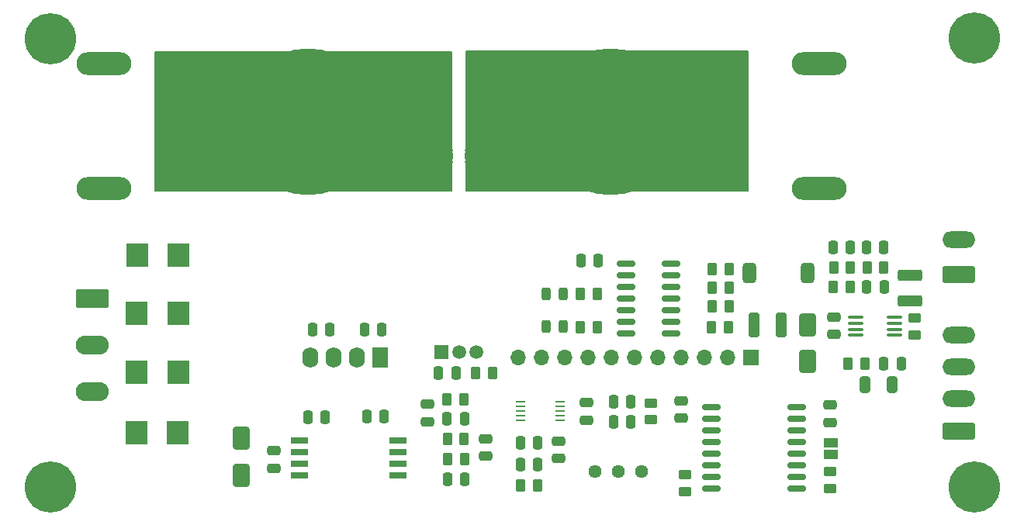
<source format=gbr>
%TF.GenerationSoftware,KiCad,Pcbnew,8.0.3*%
%TF.CreationDate,2024-10-20T11:10:21+02:00*%
%TF.ProjectId,diyBMS_CurrentVoltage_ADS1115,64697942-4d53-45f4-9375-7272656e7456,rev?*%
%TF.SameCoordinates,Original*%
%TF.FileFunction,Soldermask,Top*%
%TF.FilePolarity,Negative*%
%FSLAX46Y46*%
G04 Gerber Fmt 4.6, Leading zero omitted, Abs format (unit mm)*
G04 Created by KiCad (PCBNEW 8.0.3) date 2024-10-20 11:10:21*
%MOMM*%
%LPD*%
G01*
G04 APERTURE LIST*
G04 Aperture macros list*
%AMRoundRect*
0 Rectangle with rounded corners*
0 $1 Rounding radius*
0 $2 $3 $4 $5 $6 $7 $8 $9 X,Y pos of 4 corners*
0 Add a 4 corners polygon primitive as box body*
4,1,4,$2,$3,$4,$5,$6,$7,$8,$9,$2,$3,0*
0 Add four circle primitives for the rounded corners*
1,1,$1+$1,$2,$3*
1,1,$1+$1,$4,$5*
1,1,$1+$1,$6,$7*
1,1,$1+$1,$8,$9*
0 Add four rect primitives between the rounded corners*
20,1,$1+$1,$2,$3,$4,$5,0*
20,1,$1+$1,$4,$5,$6,$7,0*
20,1,$1+$1,$6,$7,$8,$9,0*
20,1,$1+$1,$8,$9,$2,$3,0*%
%AMHorizOval*
0 Thick line with rounded ends*
0 $1 width*
0 $2 $3 position (X,Y) of the first rounded end (center of the circle)*
0 $4 $5 position (X,Y) of the second rounded end (center of the circle)*
0 Add line between two ends*
20,1,$1,$2,$3,$4,$5,0*
0 Add two circle primitives to create the rounded ends*
1,1,$1,$2,$3*
1,1,$1,$4,$5*%
G04 Aperture macros list end*
%ADD10C,0.150000*%
%ADD11C,1.440000*%
%ADD12C,0.800000*%
%ADD13R,2.484000X2.600000*%
%ADD14RoundRect,0.150000X-0.875000X-0.150000X0.875000X-0.150000X0.875000X0.150000X-0.875000X0.150000X0*%
%ADD15RoundRect,0.250000X-0.262500X-0.450000X0.262500X-0.450000X0.262500X0.450000X-0.262500X0.450000X0*%
%ADD16RoundRect,0.375000X0.375000X0.725000X-0.375000X0.725000X-0.375000X-0.725000X0.375000X-0.725000X0*%
%ADD17RoundRect,0.250000X-0.650000X1.000000X-0.650000X-1.000000X0.650000X-1.000000X0.650000X1.000000X0*%
%ADD18RoundRect,0.250000X0.250000X0.475000X-0.250000X0.475000X-0.250000X-0.475000X0.250000X-0.475000X0*%
%ADD19O,6.000000X2.500000*%
%ADD20RoundRect,0.250000X0.475000X-0.250000X0.475000X0.250000X-0.475000X0.250000X-0.475000X-0.250000X0*%
%ADD21C,3.200000*%
%ADD22C,16.000000*%
%ADD23RoundRect,0.250000X-0.250000X-0.475000X0.250000X-0.475000X0.250000X0.475000X-0.250000X0.475000X0*%
%ADD24RoundRect,0.250000X-0.475000X0.250000X-0.475000X-0.250000X0.475000X-0.250000X0.475000X0.250000X0*%
%ADD25C,5.600000*%
%ADD26RoundRect,0.250000X0.325000X1.100000X-0.325000X1.100000X-0.325000X-1.100000X0.325000X-1.100000X0*%
%ADD27RoundRect,0.250000X1.550000X-0.650000X1.550000X0.650000X-1.550000X0.650000X-1.550000X-0.650000X0*%
%ADD28O,3.600000X1.800000*%
%ADD29RoundRect,0.250000X0.262500X0.450000X-0.262500X0.450000X-0.262500X-0.450000X0.262500X-0.450000X0*%
%ADD30R,1.700000X1.700000*%
%ADD31O,1.700000X1.700000*%
%ADD32RoundRect,0.250000X0.325000X0.650000X-0.325000X0.650000X-0.325000X-0.650000X0.325000X-0.650000X0*%
%ADD33R,1.905000X0.640000*%
%ADD34R,1.100000X0.250000*%
%ADD35R,1.500000X1.500000*%
%ADD36C,1.500000*%
%ADD37HorizOval,0.800000X0.000000X0.000000X0.000000X0.000000X0*%
%ADD38HorizOval,0.800000X0.000000X0.000000X0.000000X0.000000X0*%
%ADD39O,9.000000X6.000000*%
%ADD40RoundRect,0.243750X-0.243750X-0.456250X0.243750X-0.456250X0.243750X0.456250X-0.243750X0.456250X0*%
%ADD41R,1.500000X1.000000*%
%ADD42RoundRect,0.249999X-1.550001X0.790001X-1.550001X-0.790001X1.550001X-0.790001X1.550001X0.790001X0*%
%ADD43O,3.600000X2.080000*%
%ADD44RoundRect,0.250000X0.450000X-0.262500X0.450000X0.262500X-0.450000X0.262500X-0.450000X-0.262500X0*%
%ADD45RoundRect,0.150000X-0.825000X-0.150000X0.825000X-0.150000X0.825000X0.150000X-0.825000X0.150000X0*%
%ADD46RoundRect,0.250000X-0.450000X0.262500X-0.450000X-0.262500X0.450000X-0.262500X0.450000X0.262500X0*%
%ADD47RoundRect,0.250000X1.075000X-0.375000X1.075000X0.375000X-1.075000X0.375000X-1.075000X-0.375000X0*%
%ADD48RoundRect,0.100000X-0.712500X-0.100000X0.712500X-0.100000X0.712500X0.100000X-0.712500X0.100000X0*%
%ADD49R,1.750000X2.250000*%
%ADD50O,1.750000X2.250000*%
G04 APERTURE END LIST*
D10*
X95300800Y-60985400D02*
X127635000Y-60985400D01*
X127635000Y-76174600D01*
X95300800Y-76174600D01*
X95300800Y-60985400D01*
G36*
X95300800Y-60985400D02*
G01*
X127635000Y-60985400D01*
X127635000Y-76174600D01*
X95300800Y-76174600D01*
X95300800Y-60985400D01*
G37*
X129209800Y-60883800D02*
X159969200Y-60883800D01*
X159969200Y-76174600D01*
X129209800Y-76174600D01*
X129209800Y-60883800D01*
G36*
X129209800Y-60883800D02*
G01*
X159969200Y-60883800D01*
X159969200Y-76174600D01*
X129209800Y-76174600D01*
X129209800Y-60883800D01*
G37*
D11*
%TO.C,RV1*%
X148336000Y-106807000D03*
X145796000Y-106807000D03*
X143256000Y-106807000D03*
%TD*%
D12*
%TO.C,*%
X144983200Y-61899800D03*
%TD*%
%TO.C,*%
X98679000Y-71879000D03*
%TD*%
%TO.C,*%
X151003000Y-66344800D03*
%TD*%
D13*
%TO.C,R5*%
X93296800Y-95986600D03*
X97812800Y-95986600D03*
%TD*%
D14*
%TO.C,U5*%
X156005000Y-99745800D03*
X156005000Y-101015800D03*
X156005000Y-102285800D03*
X156005000Y-103555800D03*
X156005000Y-104825800D03*
X156005000Y-106095800D03*
X156005000Y-107365800D03*
X156005000Y-108635800D03*
X165305000Y-108635800D03*
X165305000Y-107365800D03*
X165305000Y-106095800D03*
X165305000Y-104825800D03*
X165305000Y-103555800D03*
X165305000Y-102285800D03*
X165305000Y-101015800D03*
X165305000Y-99745800D03*
%TD*%
D12*
%TO.C,*%
X155448000Y-74713600D03*
%TD*%
D15*
%TO.C,R24*%
X172991100Y-84505800D03*
X174816100Y-84505800D03*
%TD*%
D12*
%TO.C,*%
X153924000Y-63144400D03*
%TD*%
%TO.C,*%
X101727000Y-71879000D03*
%TD*%
%TO.C,*%
X130505200Y-64516333D03*
%TD*%
D16*
%TO.C,L1*%
X166472000Y-85127500D03*
X160172000Y-85127500D03*
%TD*%
D12*
%TO.C,*%
X105740200Y-66344800D03*
%TD*%
%TO.C,*%
X157022800Y-72046933D03*
%TD*%
D17*
%TO.C,D4*%
X166475500Y-90771000D03*
X166475500Y-94771000D03*
%TD*%
D12*
%TO.C,*%
X132029200Y-67183000D03*
%TD*%
%TO.C,*%
X97155000Y-63500000D03*
%TD*%
D18*
%TO.C,C21*%
X174853600Y-86664800D03*
X172953600Y-86664800D03*
%TD*%
D12*
%TO.C,*%
X124841000Y-67183000D03*
%TD*%
%TO.C,*%
X121793000Y-64513000D03*
%TD*%
%TO.C,*%
X147116800Y-73050400D03*
%TD*%
D19*
%TO.C,*%
X167792400Y-62280800D03*
%TD*%
D12*
%TO.C,*%
X118237000Y-66370200D03*
%TD*%
%TO.C,*%
X147116800Y-74599800D03*
%TD*%
%TO.C,*%
X126365000Y-64513000D03*
%TD*%
D18*
%TO.C,C16*%
X147197000Y-101346000D03*
X145297000Y-101346000D03*
%TD*%
D12*
%TO.C,*%
X124841000Y-63183000D03*
%TD*%
%TO.C,*%
X121793000Y-65853000D03*
%TD*%
%TO.C,*%
X101727000Y-66167000D03*
%TD*%
%TO.C,*%
X97155000Y-73193600D03*
%TD*%
%TO.C,*%
X158546800Y-64477733D03*
%TD*%
D20*
%TO.C,C3*%
X125018800Y-101346000D03*
X125018800Y-99446000D03*
%TD*%
D12*
%TO.C,*%
X100203000Y-73219000D03*
%TD*%
D18*
%TO.C,C23*%
X174813000Y-82296000D03*
X172913000Y-82296000D03*
%TD*%
D12*
%TO.C,*%
X97155000Y-74523600D03*
%TD*%
%TO.C,*%
X157022800Y-67144400D03*
%TD*%
%TO.C,*%
X138988800Y-70739000D03*
%TD*%
D21*
%TO.C,J5*%
X116372800Y-64164400D03*
X111937800Y-64164400D03*
X107502800Y-64164400D03*
X116372800Y-68599400D03*
D22*
X111937800Y-68599400D03*
D21*
X107502800Y-68599400D03*
X116372800Y-73034400D03*
X111937800Y-73034400D03*
X107502800Y-73034400D03*
%TD*%
D12*
%TO.C,*%
X98679000Y-70549000D03*
%TD*%
%TO.C,*%
X153924000Y-67144400D03*
%TD*%
%TO.C,*%
X109753400Y-64135000D03*
%TD*%
D20*
%TO.C,C10*%
X168910000Y-101407000D03*
X168910000Y-99507000D03*
%TD*%
D12*
%TO.C,*%
X158546800Y-72046933D03*
%TD*%
%TO.C,*%
X153924000Y-65811066D03*
%TD*%
%TO.C,*%
X116357400Y-70866000D03*
%TD*%
%TO.C,*%
X157022800Y-74713600D03*
%TD*%
%TO.C,*%
X109855000Y-73025000D03*
%TD*%
D23*
%TO.C,C8*%
X118409700Y-100766900D03*
X120309700Y-100766900D03*
%TD*%
D24*
%TO.C,C6*%
X108229400Y-104510800D03*
X108229400Y-106410800D03*
%TD*%
D12*
%TO.C,*%
X133604000Y-63183000D03*
%TD*%
D13*
%TO.C,R3*%
X93347600Y-83185000D03*
X97863600Y-83185000D03*
%TD*%
D24*
%TO.C,C9*%
X152654000Y-99075200D03*
X152654000Y-100975200D03*
%TD*%
D23*
%TO.C,C5*%
X145288000Y-99187000D03*
X147188000Y-99187000D03*
%TD*%
D12*
%TO.C,*%
X142824200Y-62611000D03*
%TD*%
%TO.C,*%
X98679000Y-64830000D03*
%TD*%
D19*
%TO.C,*%
X89687400Y-75895200D03*
%TD*%
D23*
%TO.C,C13*%
X127132000Y-101031000D03*
X129032000Y-101031000D03*
%TD*%
D12*
%TO.C,*%
X153924000Y-74713600D03*
%TD*%
D25*
%TO.C,*%
X184658000Y-59436000D03*
%TD*%
D23*
%TO.C,C11*%
X126227800Y-96037400D03*
X128127800Y-96037400D03*
%TD*%
D12*
%TO.C,*%
X157022800Y-65811066D03*
%TD*%
%TO.C,*%
X109753400Y-62306200D03*
%TD*%
D15*
%TO.C,R8*%
X127220300Y-105399800D03*
X129045300Y-105399800D03*
%TD*%
D26*
%TO.C,C25*%
X163632500Y-90739000D03*
X160682500Y-90739000D03*
%TD*%
D18*
%TO.C,C18*%
X137070500Y-106045000D03*
X135170500Y-106045000D03*
%TD*%
D27*
%TO.C,J3*%
X182974000Y-102350000D03*
D28*
X182974000Y-98850000D03*
X182974000Y-95350000D03*
X182974000Y-91850000D03*
%TD*%
D12*
%TO.C,*%
X97155000Y-67500000D03*
%TD*%
D25*
%TO.C,*%
X184658000Y-108458000D03*
%TD*%
D17*
%TO.C,D1*%
X104698800Y-103181400D03*
X104698800Y-107181400D03*
%TD*%
D12*
%TO.C,*%
X107492800Y-66344800D03*
%TD*%
%TO.C,*%
X158546800Y-74713600D03*
%TD*%
D23*
%TO.C,C1*%
X112461000Y-91262200D03*
X114361000Y-91262200D03*
%TD*%
D12*
%TO.C,*%
X100203000Y-70549000D03*
%TD*%
%TO.C,*%
X158546800Y-65811066D03*
%TD*%
%TO.C,*%
X97155000Y-70523600D03*
%TD*%
%TO.C,*%
X107492800Y-70866000D03*
%TD*%
%TO.C,*%
X100203000Y-71879000D03*
%TD*%
%TO.C,*%
X98679000Y-67497000D03*
%TD*%
D19*
%TO.C,*%
X167792400Y-75920600D03*
%TD*%
D12*
%TO.C,*%
X123317000Y-67183000D03*
%TD*%
%TO.C,*%
X97155000Y-66166666D03*
%TD*%
D29*
%TO.C,R17*%
X132103500Y-96012000D03*
X130278500Y-96012000D03*
%TD*%
D12*
%TO.C,*%
X105257600Y-68630800D03*
%TD*%
%TO.C,*%
X114300000Y-73050400D03*
%TD*%
%TO.C,*%
X123317000Y-64513000D03*
%TD*%
D25*
%TO.C,*%
X83820000Y-108458000D03*
%TD*%
D12*
%TO.C,*%
X101727000Y-70549000D03*
%TD*%
%TO.C,*%
X126365000Y-67183000D03*
%TD*%
%TO.C,*%
X100203000Y-63500000D03*
%TD*%
%TO.C,*%
X155448000Y-67144400D03*
%TD*%
%TO.C,*%
X98679000Y-74549000D03*
%TD*%
D18*
%TO.C,C20*%
X176718000Y-94996000D03*
X174818000Y-94996000D03*
%TD*%
D12*
%TO.C,*%
X157022800Y-73380266D03*
%TD*%
D13*
%TO.C,R4*%
X97812800Y-89509600D03*
X93296800Y-89509600D03*
%TD*%
D30*
%TO.C,J2*%
X160274000Y-94361000D03*
D31*
X157734000Y-94361000D03*
X155194000Y-94361000D03*
X152654000Y-94361000D03*
X150114000Y-94361000D03*
X147574000Y-94361000D03*
X145034000Y-94361000D03*
X142494000Y-94361000D03*
X139954000Y-94361000D03*
X137414000Y-94361000D03*
X134874000Y-94361000D03*
%TD*%
D12*
%TO.C,*%
X155448000Y-72046933D03*
%TD*%
D23*
%TO.C,C4*%
X118150600Y-91313000D03*
X120050600Y-91313000D03*
%TD*%
D12*
%TO.C,*%
X105765600Y-70840600D03*
%TD*%
%TO.C,*%
X139065000Y-66421000D03*
%TD*%
D15*
%TO.C,R23*%
X169335600Y-84505800D03*
X171160600Y-84505800D03*
%TD*%
D12*
%TO.C,*%
X126365000Y-65853000D03*
%TD*%
%TO.C,*%
X147142200Y-64185800D03*
%TD*%
%TO.C,*%
X114300000Y-75057000D03*
%TD*%
%TO.C,*%
X140538200Y-70739000D03*
%TD*%
%TO.C,*%
X149453600Y-66344800D03*
%TD*%
%TO.C,*%
X158546800Y-67144400D03*
%TD*%
%TO.C,*%
X147142200Y-62687200D03*
%TD*%
%TO.C,*%
X155448000Y-64477733D03*
%TD*%
D18*
%TO.C,C14*%
X129108200Y-107635000D03*
X127208200Y-107635000D03*
%TD*%
D12*
%TO.C,*%
X101727000Y-63500000D03*
%TD*%
D29*
%TO.C,R14*%
X157833700Y-91031700D03*
X156008700Y-91031700D03*
%TD*%
D12*
%TO.C,*%
X101727000Y-67497000D03*
%TD*%
D15*
%TO.C,R21*%
X170918500Y-94996000D03*
X172743500Y-94996000D03*
%TD*%
D12*
%TO.C,*%
X124841000Y-64513000D03*
%TD*%
D32*
%TO.C,C19*%
X175719000Y-97282000D03*
X172769000Y-97282000D03*
%TD*%
D12*
%TO.C,*%
X98679000Y-66167000D03*
%TD*%
%TO.C,*%
X135128000Y-63183000D03*
%TD*%
%TO.C,*%
X142798800Y-74523600D03*
%TD*%
%TO.C,*%
X124841000Y-65853000D03*
%TD*%
%TO.C,*%
X114249200Y-62407800D03*
%TD*%
%TO.C,*%
X133604000Y-67183000D03*
%TD*%
D15*
%TO.C,R9*%
X156108024Y-88747048D03*
X157933024Y-88747048D03*
%TD*%
%TO.C,R12*%
X141712100Y-91008200D03*
X143537100Y-91008200D03*
%TD*%
D12*
%TO.C,*%
X158546800Y-70713600D03*
%TD*%
%TO.C,*%
X140563600Y-66421000D03*
%TD*%
D15*
%TO.C,R13*%
X141714000Y-87426800D03*
X143539000Y-87426800D03*
%TD*%
D12*
%TO.C,*%
X97155000Y-64833333D03*
%TD*%
%TO.C,*%
X130505200Y-67183000D03*
%TD*%
D19*
%TO.C,*%
X89687400Y-62255400D03*
%TD*%
D12*
%TO.C,*%
X116357400Y-66344800D03*
%TD*%
D29*
%TO.C,R18*%
X128952000Y-98933000D03*
X127127000Y-98933000D03*
%TD*%
D20*
%TO.C,C26*%
X139319000Y-105344000D03*
X139319000Y-103444000D03*
%TD*%
D12*
%TO.C,*%
X123317000Y-65853000D03*
%TD*%
D33*
%TO.C,U1*%
X111077700Y-103433900D03*
X111077700Y-104703900D03*
X111077700Y-105973900D03*
X111077700Y-107243900D03*
X121772700Y-107243900D03*
X121772700Y-105973900D03*
X121772700Y-104703900D03*
X121772700Y-103433900D03*
%TD*%
D12*
%TO.C,*%
X155448000Y-73380266D03*
%TD*%
D34*
%TO.C,U2*%
X135191400Y-99203000D03*
X135191400Y-99703000D03*
X135191400Y-100203000D03*
X135191400Y-100703000D03*
X135191400Y-101203000D03*
X139491400Y-101203000D03*
X139491400Y-100703000D03*
X139491400Y-100203000D03*
X139491400Y-99703000D03*
X139491400Y-99203000D03*
%TD*%
D12*
%TO.C,*%
X153924000Y-73380266D03*
%TD*%
%TO.C,*%
X133604000Y-64516333D03*
%TD*%
%TO.C,*%
X153924000Y-64477733D03*
%TD*%
D35*
%TO.C,U3*%
X126547800Y-93759400D03*
D36*
X128457800Y-93759400D03*
X130367800Y-93759400D03*
D37*
X129507800Y-71729400D03*
D38*
X129507800Y-72989400D03*
D12*
X130257800Y-70699400D03*
X130257800Y-74019400D03*
X131457800Y-70309400D03*
X131457800Y-74409400D03*
X132787800Y-70309400D03*
X132787800Y-74409400D03*
D39*
X133557800Y-72359400D03*
D12*
X134127800Y-70309400D03*
X134127800Y-74409400D03*
X135457800Y-70309400D03*
X135457800Y-74409400D03*
X136657800Y-70699400D03*
X136657800Y-74019400D03*
X137407800Y-71729400D03*
X137407800Y-72989400D03*
X119507800Y-71729400D03*
X119507800Y-72989400D03*
X120257800Y-70699400D03*
X120257800Y-74019400D03*
X121457800Y-70309400D03*
X121457800Y-74409400D03*
X122787800Y-70309400D03*
X122787800Y-74409400D03*
D39*
X123357800Y-72359400D03*
D12*
X124127800Y-70309400D03*
X124127800Y-74409400D03*
X125457800Y-70309400D03*
X125457800Y-74409400D03*
X126657800Y-70699400D03*
X126657800Y-74019400D03*
D38*
X127407800Y-71729400D03*
D37*
X127407800Y-72989400D03*
%TD*%
D29*
%TO.C,R10*%
X157933024Y-84683048D03*
X156108024Y-84683048D03*
%TD*%
D12*
%TO.C,*%
X157022800Y-64477733D03*
%TD*%
%TO.C,*%
X130505200Y-65849666D03*
%TD*%
%TO.C,*%
X118262400Y-70891400D03*
%TD*%
%TO.C,*%
X98679000Y-63500000D03*
%TD*%
%TO.C,*%
X158546800Y-73380266D03*
%TD*%
%TO.C,*%
X126365000Y-63183000D03*
%TD*%
D40*
%TO.C,D2*%
X137955200Y-90984148D03*
X139830200Y-90984148D03*
%TD*%
D15*
%TO.C,R7*%
X127193000Y-103190000D03*
X129018000Y-103190000D03*
%TD*%
D12*
%TO.C,*%
X100203000Y-74549000D03*
%TD*%
D41*
%TO.C,JP1*%
X169037000Y-104932000D03*
X169037000Y-103632000D03*
%TD*%
D12*
%TO.C,*%
X155448000Y-63144400D03*
%TD*%
D13*
%TO.C,R6*%
X97762000Y-102539800D03*
X93246000Y-102539800D03*
%TD*%
D42*
%TO.C,J1*%
X88417400Y-87909400D03*
D43*
X88417400Y-92989400D03*
X88417400Y-98069400D03*
%TD*%
D27*
%TO.C,J6*%
X182995500Y-85289000D03*
D28*
X182995500Y-81479000D03*
%TD*%
D18*
%TO.C,C7*%
X143676200Y-83718400D03*
X141776200Y-83718400D03*
%TD*%
D44*
%TO.C,R15*%
X153111200Y-108964100D03*
X153111200Y-107139100D03*
%TD*%
D12*
%TO.C,*%
X130505200Y-63183000D03*
%TD*%
%TO.C,*%
X153924000Y-70713600D03*
%TD*%
%TO.C,*%
X112014000Y-61620400D03*
%TD*%
D25*
%TO.C,REF\u002A\u002A*%
X83853987Y-59563000D03*
%TD*%
D12*
%TO.C,*%
X144957800Y-75311000D03*
%TD*%
%TO.C,*%
X149428200Y-70662800D03*
%TD*%
D20*
%TO.C,C15*%
X131318000Y-105090000D03*
X131318000Y-103190000D03*
%TD*%
D12*
%TO.C,*%
X114249200Y-64185800D03*
%TD*%
D23*
%TO.C,C2*%
X111932700Y-100893900D03*
X113832700Y-100893900D03*
%TD*%
D12*
%TO.C,*%
X98679000Y-73219000D03*
%TD*%
%TO.C,*%
X101727000Y-73219000D03*
%TD*%
%TO.C,*%
X101727000Y-74549000D03*
%TD*%
D45*
%TO.C,U4*%
X146648024Y-84124800D03*
X146648024Y-85394800D03*
X146648024Y-86664800D03*
X146648024Y-87934800D03*
X146648024Y-89204800D03*
X146648024Y-90474800D03*
X146648024Y-91744800D03*
X151598024Y-91744800D03*
X151598024Y-90474800D03*
X151598024Y-89204800D03*
X151598024Y-87934800D03*
X151598024Y-86664800D03*
X151598024Y-85394800D03*
X151598024Y-84124800D03*
%TD*%
D12*
%TO.C,*%
X97155000Y-71853600D03*
%TD*%
%TO.C,*%
X132029200Y-63183000D03*
%TD*%
%TO.C,*%
X151714200Y-68503800D03*
%TD*%
%TO.C,*%
X153924000Y-72046933D03*
%TD*%
%TO.C,*%
X138277600Y-68580000D03*
%TD*%
D29*
%TO.C,R11*%
X157933024Y-86715048D03*
X156108024Y-86715048D03*
%TD*%
D12*
%TO.C,*%
X123317000Y-63183000D03*
%TD*%
D46*
%TO.C,R16*%
X168910000Y-106783500D03*
X168910000Y-108608500D03*
%TD*%
D15*
%TO.C,R1*%
X135208000Y-108331000D03*
X137033000Y-108331000D03*
%TD*%
D44*
%TO.C,R2*%
X149352000Y-101115500D03*
X149352000Y-99290500D03*
%TD*%
D12*
%TO.C,*%
X158546800Y-63144400D03*
%TD*%
D47*
%TO.C,F1*%
X177673000Y-88141000D03*
X177673000Y-85341000D03*
%TD*%
D12*
%TO.C,*%
X100203000Y-66167000D03*
%TD*%
D48*
%TO.C,U6*%
X171750500Y-89957000D03*
X171750500Y-90607000D03*
X171750500Y-91257000D03*
X171750500Y-91907000D03*
X175975500Y-91907000D03*
X175975500Y-91257000D03*
X175975500Y-90607000D03*
X175975500Y-89957000D03*
%TD*%
D40*
%TO.C,D3*%
X137955200Y-87428148D03*
X139830200Y-87428148D03*
%TD*%
D44*
%TO.C,R20*%
X178181000Y-91844500D03*
X178181000Y-90019500D03*
%TD*%
D12*
%TO.C,*%
X121793000Y-67183000D03*
%TD*%
%TO.C,*%
X109855000Y-75057000D03*
%TD*%
%TO.C,*%
X155448000Y-65811066D03*
%TD*%
%TO.C,*%
X100203000Y-64830000D03*
%TD*%
D21*
%TO.C,J4*%
X149402800Y-64164400D03*
X144967800Y-64164400D03*
X140532800Y-64164400D03*
X149402800Y-68599400D03*
D22*
X144967800Y-68599400D03*
D21*
X140532800Y-68599400D03*
X149402800Y-73034400D03*
X144967800Y-73034400D03*
X140532800Y-73034400D03*
%TD*%
D12*
%TO.C,*%
X157022800Y-70713600D03*
%TD*%
D23*
%TO.C,C24*%
X169276600Y-82344800D03*
X171176600Y-82344800D03*
%TD*%
D12*
%TO.C,*%
X157022800Y-63144400D03*
%TD*%
D20*
%TO.C,C22*%
X169396500Y-91816000D03*
X169396500Y-89916000D03*
%TD*%
D12*
%TO.C,*%
X111988600Y-75666600D03*
%TD*%
D15*
%TO.C,R22*%
X169314100Y-86662800D03*
X171139100Y-86662800D03*
%TD*%
D12*
%TO.C,*%
X135128000Y-67183000D03*
%TD*%
%TO.C,*%
X135128000Y-65849666D03*
%TD*%
%TO.C,*%
X142824200Y-64160400D03*
%TD*%
%TO.C,*%
X101727000Y-64830000D03*
%TD*%
%TO.C,*%
X132029200Y-64516333D03*
%TD*%
%TO.C,*%
X118948200Y-68630800D03*
%TD*%
%TO.C,*%
X132029200Y-65849666D03*
%TD*%
%TO.C,*%
X150926800Y-70662800D03*
%TD*%
%TO.C,*%
X133604000Y-65849666D03*
%TD*%
%TO.C,*%
X155448000Y-70713600D03*
%TD*%
D49*
%TO.C,PS1*%
X119867700Y-94352400D03*
D50*
X117327700Y-94352400D03*
X114787700Y-94352400D03*
X112247700Y-94352400D03*
%TD*%
D12*
%TO.C,*%
X135128000Y-64516333D03*
%TD*%
%TO.C,*%
X142798800Y-73025000D03*
%TD*%
%TO.C,*%
X100203000Y-67497000D03*
%TD*%
D20*
%TO.C,C12*%
X142367000Y-101153000D03*
X142367000Y-99253000D03*
%TD*%
D12*
%TO.C,*%
X121793000Y-63183000D03*
%TD*%
D18*
%TO.C,C17*%
X137070500Y-103657400D03*
X135170500Y-103657400D03*
%TD*%
M02*

</source>
